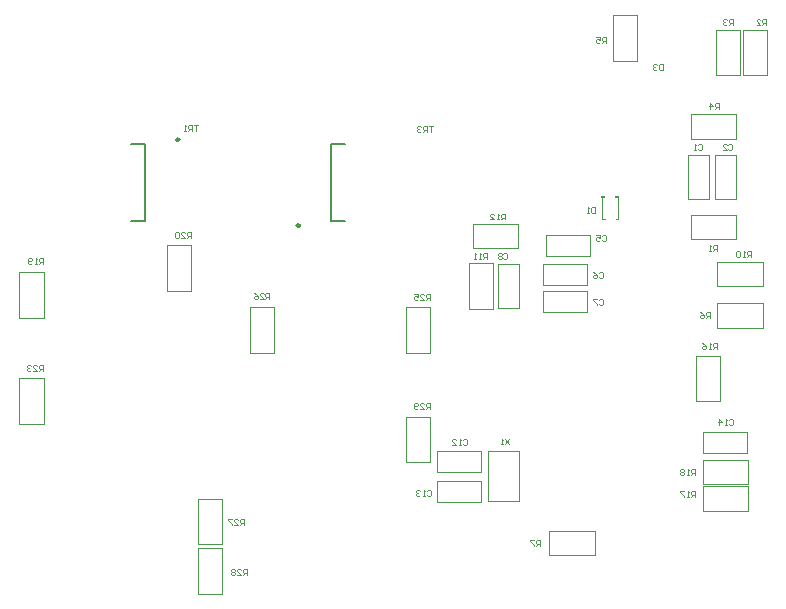
<source format=gbo>
%FSLAX25Y25*%
%MOIN*%
G70*
G01*
G75*
G04 Layer_Color=32896*
%ADD10R,0.10039X0.07677*%
%ADD11R,0.05512X0.04331*%
%ADD12R,0.07087X0.08268*%
%ADD13R,0.04331X0.02362*%
%ADD14R,0.24410X0.22835*%
%ADD15R,0.11811X0.06299*%
%ADD16R,0.04331X0.05512*%
G04:AMPARAMS|DCode=17|XSize=9.84mil|YSize=70.87mil|CornerRadius=0mil|HoleSize=0mil|Usage=FLASHONLY|Rotation=135.000|XOffset=0mil|YOffset=0mil|HoleType=Round|Shape=Round|*
%AMOVALD17*
21,1,0.06102,0.00984,0.00000,0.00000,225.0*
1,1,0.00984,0.02158,0.02158*
1,1,0.00984,-0.02158,-0.02158*
%
%ADD17OVALD17*%

G04:AMPARAMS|DCode=18|XSize=9.84mil|YSize=70.87mil|CornerRadius=0mil|HoleSize=0mil|Usage=FLASHONLY|Rotation=45.000|XOffset=0mil|YOffset=0mil|HoleType=Round|Shape=Round|*
%AMOVALD18*
21,1,0.06102,0.00984,0.00000,0.00000,135.0*
1,1,0.00984,0.02158,-0.02158*
1,1,0.00984,-0.02158,0.02158*
%
%ADD18OVALD18*%

%ADD19R,0.07087X0.09055*%
%ADD20R,0.02362X0.11811*%
%ADD21O,0.08661X0.02362*%
%ADD22R,0.02756X0.03150*%
%ADD23R,0.06000X0.07000*%
%ADD24R,0.06299X0.12598*%
%ADD25C,0.01181*%
%ADD26C,0.01969*%
%ADD27C,0.01575*%
%ADD28C,0.00984*%
%ADD29C,0.01500*%
%ADD30C,0.07874*%
%ADD31C,0.03937*%
%ADD32C,0.07480*%
%ADD33C,0.06000*%
%ADD34O,0.07874X0.03937*%
%ADD35O,0.07874X0.03937*%
%ADD36C,0.05906*%
%ADD37R,0.05906X0.05906*%
%ADD38C,0.02362*%
%ADD39C,0.05000*%
G04:AMPARAMS|DCode=40|XSize=23.62mil|YSize=23.62mil|CornerRadius=1.18mil|HoleSize=0mil|Usage=FLASHONLY|Rotation=90.000|XOffset=0mil|YOffset=0mil|HoleType=Round|Shape=RoundedRectangle|*
%AMROUNDEDRECTD40*
21,1,0.02362,0.02126,0,0,90.0*
21,1,0.02126,0.02362,0,0,90.0*
1,1,0.00236,0.01063,0.01063*
1,1,0.00236,0.01063,-0.01063*
1,1,0.00236,-0.01063,-0.01063*
1,1,0.00236,-0.01063,0.01063*
%
%ADD40ROUNDEDRECTD40*%
%ADD41R,0.04600X0.04600*%
%ADD42R,0.07480X0.04331*%
%ADD43C,0.03150*%
%ADD44C,0.02362*%
%ADD45C,0.00787*%
%ADD46C,0.00394*%
%ADD47C,0.00591*%
%ADD48C,0.00800*%
%ADD49C,0.01000*%
%ADD50C,0.00669*%
%ADD51R,0.10827X0.08465*%
%ADD52R,0.06299X0.05118*%
%ADD53R,0.07874X0.09055*%
%ADD54R,0.05118X0.03150*%
%ADD55R,0.25197X0.23622*%
%ADD56R,0.12598X0.07087*%
%ADD57R,0.05118X0.06299*%
G04:AMPARAMS|DCode=58|XSize=17.72mil|YSize=78.74mil|CornerRadius=0mil|HoleSize=0mil|Usage=FLASHONLY|Rotation=135.000|XOffset=0mil|YOffset=0mil|HoleType=Round|Shape=Round|*
%AMOVALD58*
21,1,0.06102,0.01772,0.00000,0.00000,225.0*
1,1,0.01772,0.02158,0.02158*
1,1,0.01772,-0.02158,-0.02158*
%
%ADD58OVALD58*%

G04:AMPARAMS|DCode=59|XSize=17.72mil|YSize=78.74mil|CornerRadius=0mil|HoleSize=0mil|Usage=FLASHONLY|Rotation=45.000|XOffset=0mil|YOffset=0mil|HoleType=Round|Shape=Round|*
%AMOVALD59*
21,1,0.06102,0.01772,0.00000,0.00000,135.0*
1,1,0.01772,0.02158,-0.02158*
1,1,0.01772,-0.02158,0.02158*
%
%ADD59OVALD59*%

%ADD60R,0.07874X0.09843*%
%ADD61R,0.03150X0.12598*%
%ADD62O,0.09449X0.03150*%
%ADD63R,0.03543X0.03937*%
%ADD64R,0.06787X0.07787*%
%ADD65R,0.07087X0.13386*%
%ADD66C,0.08268*%
%ADD67C,0.06787*%
%ADD68O,0.08661X0.04724*%
%ADD69O,0.08661X0.04724*%
%ADD70C,0.06693*%
%ADD71R,0.06693X0.06693*%
G04:AMPARAMS|DCode=72|XSize=31.5mil|YSize=31.5mil|CornerRadius=5.12mil|HoleSize=0mil|Usage=FLASHONLY|Rotation=90.000|XOffset=0mil|YOffset=0mil|HoleType=Round|Shape=RoundedRectangle|*
%AMROUNDEDRECTD72*
21,1,0.03150,0.02126,0,0,90.0*
21,1,0.02126,0.03150,0,0,90.0*
1,1,0.01024,0.01063,0.01063*
1,1,0.01024,0.01063,-0.01063*
1,1,0.01024,-0.01063,-0.01063*
1,1,0.01024,-0.01063,0.01063*
%
%ADD72ROUNDEDRECTD72*%
%ADD73R,0.05387X0.05387*%
%ADD74R,0.07880X0.04731*%
%ADD75R,0.01280X0.01083*%
%ADD76R,0.01280X0.01083*%
D28*
X95374Y135276D02*
G03*
X95374Y135276I-492J0D01*
G01*
X55216Y163937D02*
G03*
X55216Y163937I-492J0D01*
G01*
D45*
X105905Y162480D02*
X110421D01*
X105905Y136732D02*
Y162480D01*
Y136732D02*
X110421D01*
X39185D02*
X43701D01*
Y162480D01*
X39185D02*
X43701D01*
D46*
X234547Y101279D02*
X249705D01*
Y109350D01*
X234547D02*
X249705D01*
X234547Y101279D02*
Y109350D01*
X201575Y137402D02*
Y144882D01*
X196063Y137402D02*
Y144882D01*
X200689Y137402D02*
X201575D01*
X196063D02*
X196949D01*
X243012Y185335D02*
Y200492D01*
Y185335D02*
X251083D01*
Y200492D01*
X243012D02*
X251083D01*
X1870Y104626D02*
Y119783D01*
Y104626D02*
X9941D01*
Y119783D01*
X1870D02*
X9941D01*
X51083Y113484D02*
Y128642D01*
Y113484D02*
X59153D01*
Y128642D01*
X51083D02*
X59153D01*
X1870Y69193D02*
Y84350D01*
Y69193D02*
X9941D01*
Y84350D01*
X1870D02*
X9941D01*
X138878Y92815D02*
Y107972D01*
X130807D02*
X138878D01*
X130807Y92815D02*
Y107972D01*
Y92815D02*
X138878D01*
X78642D02*
Y107972D01*
Y92815D02*
X86713D01*
Y107972D01*
X78642D02*
X86713D01*
X138878Y56398D02*
Y71555D01*
X130807D02*
X138878D01*
X130807Y56398D02*
Y71555D01*
Y56398D02*
X138878D01*
X234154Y185335D02*
Y200492D01*
Y185335D02*
X242224D01*
Y200492D01*
X234154D02*
X242224D01*
X199705Y190256D02*
Y205413D01*
Y190256D02*
X207776D01*
Y205413D01*
X199705D02*
X207776D01*
X225689Y164272D02*
X240846D01*
Y172343D01*
X225689D02*
X240846D01*
X225689Y164272D02*
Y172343D01*
X233661Y158858D02*
X240748D01*
Y144291D02*
Y158858D01*
X233661Y144291D02*
X240748D01*
X233661D02*
Y158858D01*
X224803Y158858D02*
X231890Y158858D01*
Y144291D02*
Y158858D01*
X224803Y144291D02*
X231890Y144291D01*
X224803Y144291D02*
Y158858D01*
X225689Y138878D02*
X240846D01*
X225689Y130807D02*
Y138878D01*
Y130807D02*
X240846D01*
Y138878D01*
X234547Y115059D02*
X249705D01*
Y123130D01*
X234547D02*
X249705D01*
X234547Y115059D02*
Y123130D01*
X235335Y76772D02*
Y91929D01*
X227264D02*
X235335D01*
X227264Y76772D02*
Y91929D01*
Y76772D02*
X235335D01*
X244488Y59449D02*
Y66535D01*
X229921Y59449D02*
X244488D01*
X229921D02*
Y66535D01*
X244488D01*
X229626Y49114D02*
X244783D01*
Y57185D01*
X229626D02*
X244783D01*
X229626Y49114D02*
Y57185D01*
X229626Y40256D02*
X244783D01*
Y48327D01*
X229626D02*
X244783D01*
X229626Y40256D02*
Y48327D01*
X178445Y33563D02*
X193602D01*
X178445Y25492D02*
Y33563D01*
Y25492D02*
X193602D01*
Y33563D01*
X158169Y60138D02*
X168405D01*
X158169Y43602D02*
X168405D01*
X168405Y60138D02*
X168405Y43602D01*
X158169D02*
Y60138D01*
X141240Y53051D02*
Y60138D01*
X155807D01*
Y53051D02*
Y60138D01*
X141240Y53051D02*
X155807Y53051D01*
X141240Y43209D02*
Y50295D01*
X155807D01*
Y43209D02*
Y50295D01*
X141240Y43209D02*
X155807Y43209D01*
X69390Y12500D02*
Y27657D01*
X61319D02*
X69390D01*
X61319Y12500D02*
Y27657D01*
Y12500D02*
X69390D01*
Y29035D02*
Y44193D01*
X61319D02*
X69390D01*
X61319Y29035D02*
Y44193D01*
Y29035D02*
X69390D01*
X176378Y106496D02*
Y113583D01*
X190945D01*
Y106496D02*
Y113583D01*
X176378Y106496D02*
X190945D01*
X176378Y115354D02*
Y122441D01*
X190945D01*
Y115354D02*
Y122441D01*
X176378Y115354D02*
X190945D01*
X177461Y125197D02*
Y132283D01*
X192028D01*
Y125197D02*
Y132283D01*
X177461Y125197D02*
X192028D01*
X161417Y122441D02*
X168504D01*
Y107874D02*
Y122441D01*
X161417Y107874D02*
X168504D01*
X161417D02*
Y122441D01*
X151772Y107480D02*
X151772Y122638D01*
X151772Y107480D02*
X159843D01*
Y122638D01*
X151772D02*
X159843D01*
X152953Y135827D02*
X168110D01*
X152953Y127756D02*
Y135827D01*
Y127756D02*
X168110D01*
Y135827D01*
X216535Y189074D02*
Y187106D01*
X215551D01*
X215224Y187434D01*
Y188746D01*
X215551Y189074D01*
X216535D01*
X214568Y188746D02*
X214240Y189074D01*
X213584D01*
X213256Y188746D01*
Y188418D01*
X213584Y188090D01*
X213912D01*
X213584D01*
X213256Y187762D01*
Y187434D01*
X213584Y187106D01*
X214240D01*
X214568Y187434D01*
X228019Y162270D02*
X228347Y162598D01*
X229003D01*
X229331Y162270D01*
Y160958D01*
X229003Y160630D01*
X228347D01*
X228019Y160958D01*
X227363Y160630D02*
X226707D01*
X227035D01*
Y162598D01*
X227363Y162270D01*
X238255Y162171D02*
X238583Y162499D01*
X239239D01*
X239567Y162171D01*
Y160860D01*
X239239Y160531D01*
X238583D01*
X238255Y160860D01*
X236287Y160531D02*
X237599D01*
X236287Y161843D01*
Y162171D01*
X236615Y162499D01*
X237271D01*
X237599Y162171D01*
X196129Y131660D02*
X196457Y131988D01*
X197113D01*
X197441Y131660D01*
Y130348D01*
X197113Y130020D01*
X196457D01*
X196129Y130348D01*
X194161Y131988D02*
X195473D01*
Y131004D01*
X194817Y131332D01*
X194489D01*
X194161Y131004D01*
Y130348D01*
X194489Y130020D01*
X195145D01*
X195473Y130348D01*
X195145Y119553D02*
X195473Y119881D01*
X196129D01*
X196457Y119553D01*
Y118241D01*
X196129Y117913D01*
X195473D01*
X195145Y118241D01*
X193177Y119881D02*
X193833Y119553D01*
X194489Y118897D01*
Y118241D01*
X194161Y117913D01*
X193505D01*
X193177Y118241D01*
Y118569D01*
X193505Y118897D01*
X194489D01*
X195145Y110400D02*
X195473Y110728D01*
X196129D01*
X196457Y110400D01*
Y109088D01*
X196129Y108760D01*
X195473D01*
X195145Y109088D01*
X194489Y110728D02*
X193177D01*
Y110400D01*
X194489Y109088D01*
Y108760D01*
X163255Y125754D02*
X163583Y126082D01*
X164239D01*
X164567Y125754D01*
Y124442D01*
X164239Y124114D01*
X163583D01*
X163255Y124442D01*
X162599Y125754D02*
X162271Y126082D01*
X161615D01*
X161287Y125754D01*
Y125426D01*
X161615Y125098D01*
X161287Y124770D01*
Y124442D01*
X161615Y124114D01*
X162271D01*
X162599Y124442D01*
Y124770D01*
X162271Y125098D01*
X162599Y125426D01*
Y125754D01*
X162271Y125098D02*
X161615D01*
X149672Y63746D02*
X150000Y64074D01*
X150656D01*
X150984Y63746D01*
Y62434D01*
X150656Y62106D01*
X150000D01*
X149672Y62434D01*
X149016Y62106D02*
X148360D01*
X148688D01*
Y64074D01*
X149016Y63746D01*
X146065Y62106D02*
X147377D01*
X146065Y63418D01*
Y63746D01*
X146393Y64074D01*
X147048D01*
X147377Y63746D01*
X137664Y46916D02*
X137993Y47243D01*
X138648D01*
X138976Y46916D01*
Y45604D01*
X138648Y45276D01*
X137993D01*
X137664Y45604D01*
X137009Y45276D02*
X136353D01*
X136680D01*
Y47243D01*
X137009Y46916D01*
X135369D02*
X135041Y47243D01*
X134385D01*
X134057Y46916D01*
Y46587D01*
X134385Y46259D01*
X134713D01*
X134385D01*
X134057Y45932D01*
Y45604D01*
X134385Y45276D01*
X135041D01*
X135369Y45604D01*
X238353Y70439D02*
X238681Y70767D01*
X239337D01*
X239665Y70439D01*
Y69127D01*
X239337Y68799D01*
X238681D01*
X238353Y69127D01*
X237698Y68799D02*
X237041D01*
X237369D01*
Y70767D01*
X237698Y70439D01*
X235074Y68799D02*
Y70767D01*
X236058Y69783D01*
X234746D01*
X193701Y141535D02*
Y139567D01*
X192717D01*
X192389Y139895D01*
Y141207D01*
X192717Y141535D01*
X193701D01*
X191733Y139567D02*
X191077D01*
X191405D01*
Y141535D01*
X191733Y141207D01*
X234350Y126870D02*
Y128838D01*
X233366D01*
X233038Y128510D01*
Y127854D01*
X233366Y127526D01*
X234350D01*
X233694D02*
X233038Y126870D01*
X232382D02*
X231727D01*
X232055D01*
Y128838D01*
X232382Y128510D01*
X250886Y202165D02*
Y204133D01*
X249902D01*
X249574Y203805D01*
Y203149D01*
X249902Y202821D01*
X250886D01*
X250230D02*
X249574Y202165D01*
X247606D02*
X248918D01*
X247606Y203477D01*
Y203805D01*
X247934Y204133D01*
X248590D01*
X248918Y203805D01*
X239665Y202067D02*
Y204035D01*
X238681D01*
X238353Y203707D01*
Y203051D01*
X238681Y202723D01*
X239665D01*
X239009D02*
X238353Y202067D01*
X237698Y203707D02*
X237369Y204035D01*
X236714D01*
X236386Y203707D01*
Y203379D01*
X236714Y203051D01*
X237041D01*
X236714D01*
X236386Y202723D01*
Y202395D01*
X236714Y202067D01*
X237369D01*
X237698Y202395D01*
X234941Y174213D02*
Y176181D01*
X233957D01*
X233629Y175853D01*
Y175197D01*
X233957Y174869D01*
X234941D01*
X234285D02*
X233629Y174213D01*
X231989D02*
Y176181D01*
X232973Y175197D01*
X231661D01*
X197343Y196161D02*
Y198129D01*
X196359D01*
X196031Y197801D01*
Y197145D01*
X196359Y196817D01*
X197343D01*
X196687D02*
X196031Y196161D01*
X194063Y198129D02*
X195375D01*
Y197145D01*
X194719Y197473D01*
X194391D01*
X194063Y197145D01*
Y196489D01*
X194391Y196161D01*
X195047D01*
X195375Y196489D01*
X232185Y104429D02*
Y106397D01*
X231201D01*
X230873Y106069D01*
Y105413D01*
X231201Y105085D01*
X232185D01*
X231529D02*
X230873Y104429D01*
X228905Y106397D02*
X229561Y106069D01*
X230217Y105413D01*
Y104757D01*
X229889Y104429D01*
X229233D01*
X228905Y104757D01*
Y105085D01*
X229233Y105413D01*
X230217D01*
X175394Y28346D02*
Y30314D01*
X174410D01*
X174082Y29986D01*
Y29330D01*
X174410Y29002D01*
X175394D01*
X174738D02*
X174082Y28346D01*
X173426Y30314D02*
X172114D01*
Y29986D01*
X173426Y28674D01*
Y28346D01*
X245768Y124902D02*
Y126869D01*
X244784D01*
X244456Y126541D01*
Y125885D01*
X244784Y125557D01*
X245768D01*
X245112D02*
X244456Y124902D01*
X243800D02*
X243144D01*
X243472D01*
Y126869D01*
X243800Y126541D01*
X242160D02*
X241832Y126869D01*
X241176D01*
X240848Y126541D01*
Y125230D01*
X241176Y124902D01*
X241832D01*
X242160Y125230D01*
Y126541D01*
X157677Y124213D02*
Y126181D01*
X156693D01*
X156365Y125853D01*
Y125197D01*
X156693Y124869D01*
X157677D01*
X157021D02*
X156365Y124213D01*
X155709D02*
X155053D01*
X155381D01*
Y126181D01*
X155709Y125853D01*
X154069Y124213D02*
X153413D01*
X153741D01*
Y126181D01*
X154069Y125853D01*
X163681Y137303D02*
Y139271D01*
X162697D01*
X162369Y138943D01*
Y138287D01*
X162697Y137959D01*
X163681D01*
X163025D02*
X162369Y137303D01*
X161713D02*
X161057D01*
X161385D01*
Y139271D01*
X161713Y138943D01*
X158761Y137303D02*
X160073D01*
X158761Y138615D01*
Y138943D01*
X159089Y139271D01*
X159745D01*
X160073Y138943D01*
X234350Y94095D02*
Y96062D01*
X233366D01*
X233038Y95734D01*
Y95078D01*
X233366Y94750D01*
X234350D01*
X233694D02*
X233038Y94095D01*
X232382D02*
X231727D01*
X232055D01*
Y96062D01*
X232382Y95734D01*
X229431Y96062D02*
X230087Y95734D01*
X230743Y95078D01*
Y94423D01*
X230415Y94095D01*
X229759D01*
X229431Y94423D01*
Y94750D01*
X229759Y95078D01*
X230743D01*
X227165Y44882D02*
Y46850D01*
X226181D01*
X225853Y46522D01*
Y45866D01*
X226181Y45538D01*
X227165D01*
X226509D02*
X225853Y44882D01*
X225198D02*
X224541D01*
X224869D01*
Y46850D01*
X225198Y46522D01*
X223558Y46850D02*
X222246D01*
Y46522D01*
X223558Y45210D01*
Y44882D01*
X227067Y52264D02*
Y54232D01*
X226083D01*
X225755Y53904D01*
Y53248D01*
X226083Y52920D01*
X227067D01*
X226411D02*
X225755Y52264D01*
X225099D02*
X224443D01*
X224771D01*
Y54232D01*
X225099Y53904D01*
X223459D02*
X223131Y54232D01*
X222475D01*
X222147Y53904D01*
Y53576D01*
X222475Y53248D01*
X222147Y52920D01*
Y52592D01*
X222475Y52264D01*
X223131D01*
X223459Y52592D01*
Y52920D01*
X223131Y53248D01*
X223459Y53576D01*
Y53904D01*
X223131Y53248D02*
X222475D01*
X9768Y122399D02*
Y124367D01*
X8784D01*
X8456Y124039D01*
Y123383D01*
X8784Y123055D01*
X9768D01*
X9112D02*
X8456Y122399D01*
X7800D02*
X7144D01*
X7472D01*
Y124367D01*
X7800Y124039D01*
X6160Y122727D02*
X5832Y122399D01*
X5176D01*
X4848Y122727D01*
Y124039D01*
X5176Y124367D01*
X5832D01*
X6160Y124039D01*
Y123711D01*
X5832Y123383D01*
X4848D01*
X58968Y131199D02*
Y133167D01*
X57984D01*
X57656Y132839D01*
Y132183D01*
X57984Y131855D01*
X58968D01*
X58312D02*
X57656Y131199D01*
X55688D02*
X57000D01*
X55688Y132511D01*
Y132839D01*
X56016Y133167D01*
X56672D01*
X57000Y132839D01*
X55032D02*
X54704Y133167D01*
X54048D01*
X53720Y132839D01*
Y131527D01*
X54048Y131199D01*
X54704D01*
X55032Y131527D01*
Y132839D01*
X9768Y86899D02*
Y88867D01*
X8784D01*
X8456Y88539D01*
Y87883D01*
X8784Y87555D01*
X9768D01*
X9112D02*
X8456Y86899D01*
X6488D02*
X7800D01*
X6488Y88211D01*
Y88539D01*
X6816Y88867D01*
X7472D01*
X7800Y88539D01*
X5832D02*
X5504Y88867D01*
X4848D01*
X4520Y88539D01*
Y88211D01*
X4848Y87883D01*
X5176D01*
X4848D01*
X4520Y87555D01*
Y87227D01*
X4848Y86899D01*
X5504D01*
X5832Y87227D01*
X138668Y110599D02*
Y112567D01*
X137684D01*
X137356Y112239D01*
Y111583D01*
X137684Y111255D01*
X138668D01*
X138012D02*
X137356Y110599D01*
X135388D02*
X136700D01*
X135388Y111911D01*
Y112239D01*
X135716Y112567D01*
X136372D01*
X136700Y112239D01*
X133420Y112567D02*
X134732D01*
Y111583D01*
X134076Y111911D01*
X133748D01*
X133420Y111583D01*
Y110927D01*
X133748Y110599D01*
X134404D01*
X134732Y110927D01*
X85236Y110827D02*
Y112795D01*
X84252D01*
X83924Y112467D01*
Y111811D01*
X84252Y111483D01*
X85236D01*
X84580D02*
X83924Y110827D01*
X81956D02*
X83268D01*
X81956Y112139D01*
Y112467D01*
X82284Y112795D01*
X82940D01*
X83268Y112467D01*
X79989Y112795D02*
X80645Y112467D01*
X81300Y111811D01*
Y111155D01*
X80972Y110827D01*
X80317D01*
X79989Y111155D01*
Y111483D01*
X80317Y111811D01*
X81300D01*
X76772Y35531D02*
Y37499D01*
X75788D01*
X75460Y37171D01*
Y36515D01*
X75788Y36187D01*
X76772D01*
X76116D02*
X75460Y35531D01*
X73492D02*
X74804D01*
X73492Y36843D01*
Y37171D01*
X73820Y37499D01*
X74476D01*
X74804Y37171D01*
X72836Y37499D02*
X71524D01*
Y37171D01*
X72836Y35860D01*
Y35531D01*
X77658Y18898D02*
Y20865D01*
X76674D01*
X76346Y20538D01*
Y19882D01*
X76674Y19554D01*
X77658D01*
X77002D02*
X76346Y18898D01*
X74378D02*
X75690D01*
X74378Y20210D01*
Y20538D01*
X74706Y20865D01*
X75362D01*
X75690Y20538D01*
X73722D02*
X73394Y20865D01*
X72738D01*
X72410Y20538D01*
Y20210D01*
X72738Y19882D01*
X72410Y19554D01*
Y19226D01*
X72738Y18898D01*
X73394D01*
X73722Y19226D01*
Y19554D01*
X73394Y19882D01*
X73722Y20210D01*
Y20538D01*
X73394Y19882D02*
X72738D01*
X138668Y74099D02*
Y76067D01*
X137684D01*
X137356Y75739D01*
Y75083D01*
X137684Y74755D01*
X138668D01*
X138012D02*
X137356Y74099D01*
X135388D02*
X136700D01*
X135388Y75411D01*
Y75739D01*
X135716Y76067D01*
X136372D01*
X136700Y75739D01*
X134732Y74427D02*
X134404Y74099D01*
X133748D01*
X133420Y74427D01*
Y75739D01*
X133748Y76067D01*
X134404D01*
X134732Y75739D01*
Y75411D01*
X134404Y75083D01*
X133420D01*
X165059Y64271D02*
X163747Y62303D01*
Y64271D02*
X165059Y62303D01*
X163091D02*
X162435D01*
X162763D01*
Y64271D01*
X163091Y63943D01*
X61319Y168700D02*
X60007D01*
X60663D01*
Y166732D01*
X59351D02*
Y168700D01*
X58367D01*
X58039Y168372D01*
Y167716D01*
X58367Y167388D01*
X59351D01*
X58695D02*
X58039Y166732D01*
X57383D02*
X56727D01*
X57055D01*
Y168700D01*
X57383Y168372D01*
X139665Y168602D02*
X138353D01*
X139009D01*
Y166634D01*
X137698D02*
Y168602D01*
X136714D01*
X136386Y168274D01*
Y167618D01*
X136714Y167290D01*
X137698D01*
X137041D02*
X136386Y166634D01*
X135730Y168274D02*
X135402Y168602D01*
X134746D01*
X134418Y168274D01*
Y167946D01*
X134746Y167618D01*
X135074D01*
X134746D01*
X134418Y167290D01*
Y166962D01*
X134746Y166634D01*
X135402D01*
X135730Y166962D01*
D75*
X201132Y144931D02*
D03*
D76*
X196506Y144931D02*
D03*
M02*

</source>
